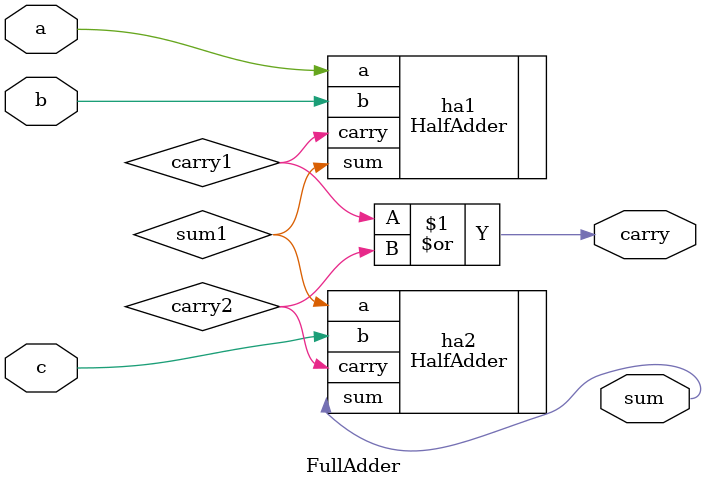
<source format=v>
/**
 * Computes the sum of three bits.
 */

`default_nettype none
module FullAdder(
	input a,		//1-bit input
	input b,		//1-bit input
	input c,		//1-bit input
	output sum,		//Right bit of a + b + c
	output carry	//Left bit of a + b + c
);

	// Put your code here:
	wire sum1, carry1, carry2;
	HalfAdder ha1(.a(a), .b(b), .sum(sum1), .carry(carry1));
	HalfAdder ha2(.a(sum1), .b(c), .sum(sum), .carry(carry2));
	assign carry = carry1 | carry2;

endmodule

</source>
